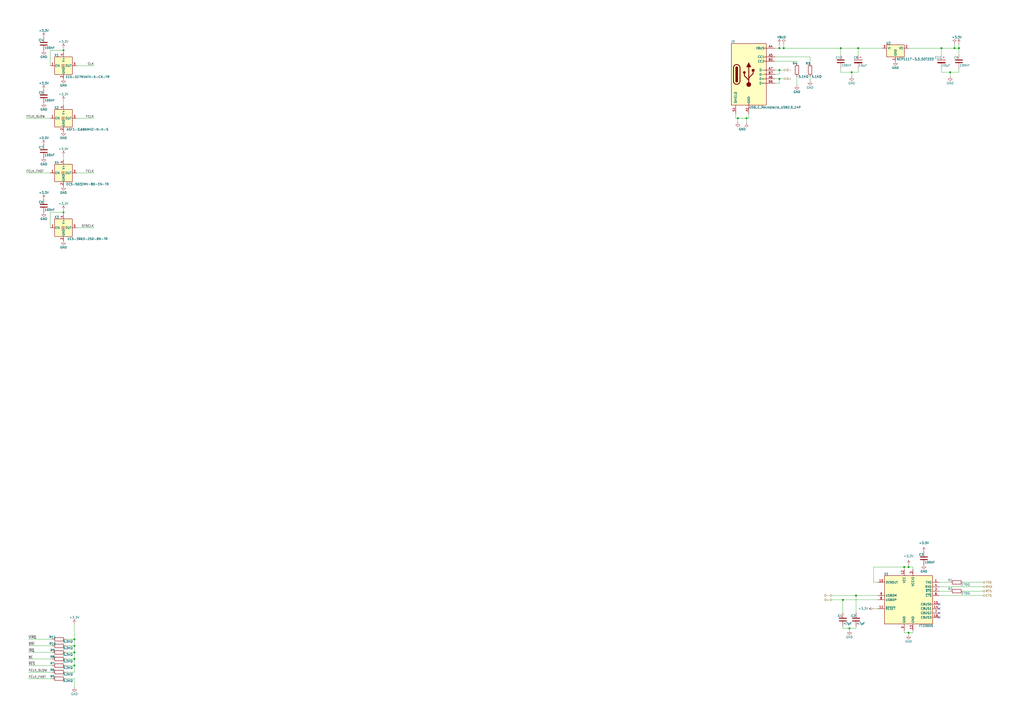
<source format=kicad_sch>
(kicad_sch (version 20231120) (generator "eeschema") (generator_version "8.0")
  (paper "A2")
  (lib_symbols
    (symbol "Connector:USB_C_Receptacle_USB2.0_14P" (pin_names (offset 1.016))
      (property "Reference" "J" (at 0 22.225 0))
      (property "Value" "USB_C_Receptacle_USB2.0_14P" (at 0 19.685 0))
      (symbol "USB_C_Receptacle_USB2.0_14P_0_0"
        (rectangle (start -0.254 -17.78) (end 0.254 -16.764))
        (rectangle (start 10.16 -4.826) (end 9.144 -5.334))
        (rectangle (start 10.16 -2.286) (end 9.144 -2.794))
        (rectangle (start 10.16 0.254) (end 9.144 -0.254))
        (rectangle (start 10.16 2.794) (end 9.144 2.286))
        (rectangle (start 10.16 7.874) (end 9.144 7.366))
        (rectangle (start 10.16 10.414) (end 9.144 9.906))
        (rectangle (start 10.16 15.494) (end 9.144 14.986))
      )
      (symbol "USB_C_Receptacle_USB2.0_14P_0_1"
        (rectangle (start -10.16 17.78) (end 10.16 -17.78) (stroke (width 0.254)) (fill (type background)))
        (arc (start -8.89 -3.81) (mid -6.985 -5.7067) (end -5.08 -3.81) (stroke (width 0.508)))
        (arc (start -7.62 -3.81) (mid -6.985 -4.4423) (end -6.35 -3.81) (stroke (width 0.254)))
        (arc (start -7.62 -3.81) (mid -6.985 -4.4423) (end -6.35 -3.81) (stroke (width 0.254)) (fill (type outline)))
        (rectangle (start -7.62 -3.81) (end -6.35 3.81) (stroke (width 0.254)) (fill (type outline)))
        (arc (start -6.35 3.81) (mid -6.985 4.4423) (end -7.62 3.81) (stroke (width 0.254)))
        (arc (start -6.35 3.81) (mid -6.985 4.4423) (end -7.62 3.81) (stroke (width 0.254)) (fill (type outline)))
        (arc (start -5.08 3.81) (mid -6.985 5.7067) (end -8.89 3.81) (stroke (width 0.508)))
        (circle (center -2.54 1.143) (radius 0.635) (stroke (width 0.254)) (fill (type outline)))
        (circle (center 0 -5.842) (radius 1.27) (fill (type outline)))
        (polyline (pts (xy -8.89 -3.81) (xy -8.89 3.81)) (stroke (width 0.508)))
        (polyline (pts (xy -5.08 3.81) (xy -5.08 -3.81)) (stroke (width 0.508)))
        (polyline (pts (xy 0 -5.842) (xy 0 4.318)) (stroke (width 0.508)))
        (polyline (pts (xy 0 -3.302) (xy -2.54 -0.762) (xy -2.54 0.508)) (stroke (width 0.508)))
        (polyline (pts (xy 0 -2.032) (xy 2.54 0.508) (xy 2.54 1.778)) (stroke (width 0.508)))
        (polyline (pts (xy -1.27 4.318) (xy 0 6.858) (xy 1.27 4.318) (xy -1.27 4.318)) (stroke (width 0.254)) (fill (type outline)))
        (rectangle (start 1.905 1.778) (end 3.175 3.048) (stroke (width 0.254)) (fill (type outline)))
      )
      (symbol "USB_C_Receptacle_USB2.0_14P_1_1"
        (pin passive line (at 0 -22.86 90) (length 5.08) (name "GND") (number "A1"))
        (pin passive line (at 0 -22.86 90) (length 5.08) hide (name "GND") (number "A12"))
        (pin passive line (at 15.24 15.24 180) (length 5.08) (name "VBUS") (number "A4"))
        (pin bidirectional line (at 15.24 10.16 180) (length 5.08) (name "CC1") (number "A5"))
        (pin bidirectional line (at 15.24 -2.54 180) (length 5.08) (name "D+") (number "A6"))
        (pin bidirectional line (at 15.24 2.54 180) (length 5.08) (name "D-") (number "A7"))
        (pin passive line (at 15.24 15.24 180) (length 5.08) hide (name "VBUS") (number "A9"))
        (pin passive line (at 0 -22.86 90) (length 5.08) hide (name "GND") (number "B1"))
        (pin passive line (at 0 -22.86 90) (length 5.08) hide (name "GND") (number "B12"))
        (pin passive line (at 15.24 15.24 180) (length 5.08) hide (name "VBUS") (number "B4"))
        (pin bidirectional line (at 15.24 7.62 180) (length 5.08) (name "CC2") (number "B5"))
        (pin bidirectional line (at 15.24 -5.08 180) (length 5.08) (name "D+") (number "B6"))
        (pin bidirectional line (at 15.24 0 180) (length 5.08) (name "D-") (number "B7"))
        (pin passive line (at 15.24 15.24 180) (length 5.08) hide (name "VBUS") (number "B9"))
        (pin passive line (at -7.62 -22.86 90) (length 5.08) (name "SHIELD") (number "S1"))
      )
    )
    (symbol "Device:C" (pin_numbers hide) (pin_names (offset 0.254))
      (property "Reference" "C" (at 0.635 2.54 0))
      (property "Value" "C" (at 0.635 -2.54 0))
      (symbol "C_0_1"
        (polyline (pts (xy -2.032 -0.762) (xy 2.032 -0.762)) (stroke (width 0.508)))
        (polyline (pts (xy -2.032 0.762) (xy 2.032 0.762)) (stroke (width 0.508)))
      )
      (symbol "C_1_1"
        (pin passive line (at 0 3.81 270) (length 2.794) (name "~") (number "1"))
        (pin passive line (at 0 -3.81 90) (length 2.794) (name "~") (number "2"))
      )
    )
    (symbol "Device:C_Polarized" (pin_numbers hide) (pin_names (offset 0.254))
      (property "Reference" "C" (at 0.635 2.54 0))
      (property "Value" "C_Polarized" (at 0.635 -2.54 0))
      (symbol "C_Polarized_0_1"
        (rectangle (start -2.286 0.508) (end 2.286 1.016))
        (polyline (pts (xy -1.778 2.286) (xy -0.762 2.286)))
        (polyline (pts (xy -1.27 2.794) (xy -1.27 1.778)))
        (rectangle (start 2.286 -0.508) (end -2.286 -1.016) (fill (type outline)))
      )
      (symbol "C_Polarized_1_1"
        (pin passive line (at 0 3.81 270) (length 2.794) (name "~") (number "1"))
        (pin passive line (at 0 -3.81 90) (length 2.794) (name "~") (number "2"))
      )
    )
    (symbol "Device:R" (pin_numbers hide) (pin_names (offset 0))
      (property "Reference" "R" (at 2.032 0 90))
      (property "Value" "R" (at 0 0 90))
      (symbol "R_0_1"
        (rectangle (start -1.016 -2.54) (end 1.016 2.54) (stroke (width 0.254)))
      )
      (symbol "R_1_1"
        (pin passive line (at 0 3.81 270) (length 1.27) (name "~") (number "1"))
        (pin passive line (at 0 -3.81 90) (length 1.27) (name "~") (number "2"))
      )
    )
    (symbol "Interface_USB:FT230XS"
      (property "Reference" "U" (at -13.97 15.24 0))
      (property "Value" "FT230XS" (at 7.62 15.24 0))
      (symbol "FT230XS_0_1"
        (rectangle (start -13.97 13.97) (end 13.97 -13.97) (stroke (width 0.254)) (fill (type background)))
      )
      (symbol "FT230XS_1_1"
        (pin output line (at 17.78 10.16 180) (length 3.81) (name "TXD") (number "1"))
        (pin power_out line (at -17.78 10.16 0) (length 3.81) (name "3V3OUT") (number "10"))
        (pin input line (at -17.78 -5.08 0) (length 3.81) (name "~{RESET}") (number "11"))
        (pin power_in line (at -2.54 17.78 270) (length 3.81) (name "VCC") (number "12"))
        (pin power_in line (at 2.54 -17.78 90) (length 3.81) (name "GND") (number "13"))
        (pin bidirectional line (at 17.78 -5.08 180) (length 3.81) (name "CBUS1") (number "14"))
        (pin bidirectional line (at 17.78 -2.54 180) (length 3.81) (name "CBUS0") (number "15"))
        (pin bidirectional line (at 17.78 -10.16 180) (length 3.81) (name "CBUS3") (number "16"))
        (pin output line (at 17.78 5.08 180) (length 3.81) (name "~{RTS}") (number "2"))
        (pin power_in line (at 2.54 17.78 270) (length 3.81) (name "VCCIO") (number "3"))
        (pin input line (at 17.78 7.62 180) (length 3.81) (name "RXD") (number "4"))
        (pin power_in line (at -2.54 -17.78 90) (length 3.81) (name "GND") (number "5"))
        (pin input line (at 17.78 2.54 180) (length 3.81) (name "~{CTS}") (number "6"))
        (pin bidirectional line (at 17.78 -7.62 180) (length 3.81) (name "CBUS2") (number "7"))
        (pin bidirectional line (at -17.78 0 0) (length 3.81) (name "USBDP") (number "8"))
        (pin bidirectional line (at -17.78 2.54 0) (length 3.81) (name "USBDM") (number "9"))
      )
    )
    (symbol "Oscillator:XO53" (pin_names (offset 0.254))
      (property "Reference" "X" (at -5.08 6.35 0))
      (property "Value" "XO53" (at 1.27 -6.35 0))
      (symbol "XO53_0_1"
        (rectangle (start -5.08 5.08) (end 5.08 -5.08) (stroke (width 0.254)) (fill (type background)))
        (polyline (pts (xy 0.762 -0.762) (xy 0.508 -0.762) (xy 0.508 0.762) (xy 0 0.762) (xy 0 -0.762) (xy -0.508 -0.762) (xy -0.508 0.762) (xy -1.016 0.762) (xy -1.016 -0.762) (xy -1.27 -0.762)))
      )
      (symbol "XO53_1_1"
        (pin input line (at -7.62 0 0) (length 2.54) (name "EN") (number "1"))
        (pin power_in line (at 0 -7.62 90) (length 2.54) (name "GND") (number "2"))
        (pin output line (at 7.62 0 180) (length 2.54) (name "OUT") (number "3"))
        (pin power_in line (at 0 7.62 270) (length 2.54) (name "V+") (number "4"))
      )
    )
    (symbol "Regulator_Linear:NCP1117-3.3_SOT223"
      (property "Reference" "U" (at -3.81 3.175 0))
      (property "Value" "NCP1117-3.3_SOT223" (at 0 3.175 0))
      (symbol "NCP1117-3.3_SOT223_0_1"
        (rectangle (start -5.08 -5.08) (end 5.08 1.905) (stroke (width 0.254)) (fill (type background)))
      )
      (symbol "NCP1117-3.3_SOT223_1_1"
        (pin power_in line (at 0 -7.62 90) (length 2.54) (name "GND") (number "1"))
        (pin power_out line (at 7.62 0 180) (length 2.54) (name "VO") (number "2"))
        (pin power_in line (at -7.62 0 0) (length 2.54) (name "VI") (number "3"))
      )
    )
    (symbol "power:+3.3V" (power) (pin_numbers hide) (pin_names (offset 0) hide)
      (property "Value" "+3.3V" (at 0 3.556 0))
      (symbol "+3.3V_0_1"
        (polyline (pts (xy -0.762 1.27) (xy 0 2.54)))
        (polyline (pts (xy 0 0) (xy 0 2.54)))
        (polyline (pts (xy 0 2.54) (xy 0.762 1.27)))
      )
      (symbol "+3.3V_1_1"
        (pin power_in line (at 0 0 90) (length 0) (name "~") (number "1"))
      )
    )
    (symbol "power:GND" (power) (pin_numbers hide) (pin_names (offset 0) hide)
      (property "Value" "GND" (at 0 -3.81 0))
      (symbol "GND_0_1"
        (polyline (pts (xy 0 0) (xy 0 -1.27) (xy 1.27 -1.27) (xy 0 -2.54) (xy -1.27 -1.27) (xy 0 -1.27)))
      )
      (symbol "GND_1_1"
        (pin power_in line (at 0 0 270) (length 0) (name "~") (number "1"))
      )
    )
    (symbol "power:PWR_FLAG" (power) (pin_numbers hide) (pin_names (offset 0) hide)
      (property "Value" "PWR_FLAG" (at 0 3.81 0))
      (symbol "PWR_FLAG_0_0"
        (pin power_out line (at 0 0 90) (length 0) (name "~") (number "1"))
      )
      (symbol "PWR_FLAG_0_1"
        (polyline (pts (xy 0 0) (xy 0 1.27) (xy -1.016 1.905) (xy 0 2.54) (xy 1.016 1.905) (xy 0 1.27)))
      )
    )
    (symbol "power:VBUS" (power) (pin_numbers hide) (pin_names (offset 0) hide)
      (property "Value" "VBUS" (at 0 3.556 0))
      (symbol "VBUS_0_1"
        (polyline (pts (xy -0.762 1.27) (xy 0 2.54)))
        (polyline (pts (xy 0 0) (xy 0 2.54)))
        (polyline (pts (xy 0 2.54) (xy 0.762 1.27)))
      )
      (symbol "VBUS_1_1"
        (pin power_in line (at 0 0 90) (length 0) (name "~") (number "1"))
      )
    )
  )
  (junction (at 36.83 123.19))
  (junction (at 454.66 27.94))
  (junction (at 527.05 328.93))
  (junction (at 553.72 27.94))
  (junction (at 43.18 370.84))
  (junction (at 494.03 41.91))
  (junction (at 452.12 27.94))
  (junction (at 452.12 40.64))
  (junction (at 36.83 29.21))
  (junction (at 487.68 27.94))
  (junction (at 427.99 68.58))
  (junction (at 488.95 347.98))
  (junction (at 496.57 345.44))
  (junction (at 452.12 45.72))
  (junction (at 497.84 27.94))
  (junction (at 43.18 382.27))
  (junction (at 43.18 386.08))
  (junction (at 527.05 367.03))
  (junction (at 492.76 364.49))
  (junction (at 551.18 41.91))
  (junction (at 556.26 27.94))
  (junction (at 43.18 374.65))
  (junction (at 433.07 68.58))
  (junction (at 524.51 328.93))
  (junction (at 546.1 27.94))
  (junction (at 43.18 378.46))
  (no_connect (at 544.83 355.6))
  (no_connect (at 544.83 350.52))
  (no_connect (at 544.83 353.06))
  (no_connect (at 544.83 358.14))
  (wire (pts (xy 487.68 27.94) (xy 487.68 31.75)))
  (wire (pts (xy 544.83 345.44) (xy 570.23 345.44)))
  (wire (pts (xy 524.51 365.76) (xy 524.51 367.03)))
  (wire (pts (xy 487.68 41.91) (xy 494.03 41.91)))
  (wire (pts (xy 16.51 393.7) (xy 30.48 393.7)))
  (wire (pts (xy 506.73 328.93) (xy 506.73 337.82)))
  (wire (pts (xy 38.1 374.65) (xy 43.18 374.65)))
  (wire (pts (xy 544.83 337.82) (xy 551.18 337.82)))
  (wire (pts (xy 44.45 132.08) (xy 54.61 132.08)))
  (wire (pts (xy 29.21 29.21) (xy 29.21 38.1)))
  (wire (pts (xy 36.83 123.19) (xy 36.83 124.46)))
  (wire (pts (xy 558.8 337.82) (xy 570.23 337.82)))
  (wire (pts (xy 496.57 364.49) (xy 496.57 363.22)))
  (wire (pts (xy 16.51 374.65) (xy 30.48 374.65)))
  (wire (pts (xy 469.9 33.02) (xy 469.9 36.83)))
  (wire (pts (xy 497.84 27.94) (xy 511.81 27.94)))
  (wire (pts (xy 492.76 364.49) (xy 492.76 365.76)))
  (wire (pts (xy 16.51 370.84) (xy 30.48 370.84)))
  (wire (pts (xy 546.1 41.91) (xy 551.18 41.91)))
  (wire (pts (xy 44.45 68.58) (xy 54.61 68.58)))
  (wire (pts (xy 38.1 378.46) (xy 43.18 378.46)))
  (wire (pts (xy 29.21 123.19) (xy 36.83 123.19)))
  (wire (pts (xy 506.73 337.82) (xy 509.27 337.82)))
  (wire (pts (xy 15.24 100.33) (xy 29.21 100.33)))
  (wire (pts (xy 36.83 27.94) (xy 36.83 29.21)))
  (wire (pts (xy 469.9 44.45) (xy 469.9 46.99)))
  (wire (pts (xy 556.26 27.94) (xy 556.26 31.75)))
  (wire (pts (xy 497.84 41.91) (xy 497.84 39.37)))
  (wire (pts (xy 494.03 41.91) (xy 497.84 41.91)))
  (wire (pts (xy 553.72 25.4) (xy 553.72 27.94)))
  (wire (pts (xy 527.05 328.93) (xy 529.59 328.93)))
  (wire (pts (xy 449.58 33.02) (xy 469.9 33.02)))
  (wire (pts (xy 454.66 40.64) (xy 452.12 40.64)))
  (wire (pts (xy 488.95 347.98) (xy 488.95 355.6)))
  (wire (pts (xy 15.24 68.58) (xy 29.21 68.58)))
  (wire (pts (xy 487.68 27.94) (xy 497.84 27.94)))
  (wire (pts (xy 449.58 27.94) (xy 452.12 27.94)))
  (wire (pts (xy 43.18 386.08) (xy 43.18 389.89)))
  (wire (pts (xy 551.18 41.91) (xy 556.26 41.91)))
  (wire (pts (xy 16.51 386.08) (xy 30.48 386.08)))
  (wire (pts (xy 462.28 35.56) (xy 462.28 36.83)))
  (wire (pts (xy 527.05 27.94) (xy 546.1 27.94)))
  (wire (pts (xy 488.95 364.49) (xy 492.76 364.49)))
  (wire (pts (xy 449.58 35.56) (xy 462.28 35.56)))
  (wire (pts (xy 494.03 44.45) (xy 494.03 41.91)))
  (wire (pts (xy 43.18 382.27) (xy 43.18 386.08)))
  (wire (pts (xy 454.66 27.94) (xy 452.12 27.94)))
  (wire (pts (xy 38.1 386.08) (xy 43.18 386.08)))
  (wire (pts (xy 527.05 327.66) (xy 527.05 328.93)))
  (wire (pts (xy 43.18 361.95) (xy 43.18 370.84)))
  (wire (pts (xy 556.26 41.91) (xy 556.26 39.37)))
  (wire (pts (xy 449.58 45.72) (xy 452.12 45.72)))
  (wire (pts (xy 452.12 27.94) (xy 452.12 25.4)))
  (wire (pts (xy 427.99 68.58) (xy 433.07 68.58)))
  (wire (pts (xy 488.95 347.98) (xy 509.27 347.98)))
  (wire (pts (xy 427.99 68.58) (xy 426.72 68.58)))
  (wire (pts (xy 527.05 367.03) (xy 529.59 367.03)))
  (wire (pts (xy 454.66 27.94) (xy 487.68 27.94)))
  (wire (pts (xy 43.18 370.84) (xy 43.18 374.65)))
  (wire (pts (xy 36.83 29.21) (xy 36.83 30.48)))
  (wire (pts (xy 524.51 328.93) (xy 527.05 328.93)))
  (wire (pts (xy 544.83 340.36) (xy 570.23 340.36)))
  (wire (pts (xy 546.1 41.91) (xy 546.1 39.37)))
  (wire (pts (xy 506.73 328.93) (xy 524.51 328.93)))
  (wire (pts (xy 36.83 121.92) (xy 36.83 123.19)))
  (wire (pts (xy 482.6 347.98) (xy 488.95 347.98)))
  (wire (pts (xy 433.07 68.58) (xy 434.34 68.58)))
  (wire (pts (xy 427.99 71.12) (xy 427.99 68.58)))
  (wire (pts (xy 43.18 374.65) (xy 43.18 378.46)))
  (wire (pts (xy 497.84 27.94) (xy 497.84 31.75)))
  (wire (pts (xy 43.18 393.7) (xy 43.18 398.78)))
  (wire (pts (xy 556.26 25.4) (xy 556.26 27.94)))
  (wire (pts (xy 36.83 58.42) (xy 36.83 60.96)))
  (wire (pts (xy 546.1 27.94) (xy 553.72 27.94)))
  (wire (pts (xy 529.59 365.76) (xy 529.59 367.03)))
  (wire (pts (xy 452.12 40.64) (xy 449.58 40.64)))
  (wire (pts (xy 449.58 43.18) (xy 452.12 43.18)))
  (wire (pts (xy 454.66 27.94) (xy 454.66 25.4)))
  (wire (pts (xy 487.68 41.91) (xy 487.68 39.37)))
  (wire (pts (xy 426.72 68.58) (xy 426.72 66.04)))
  (wire (pts (xy 38.1 382.27) (xy 43.18 382.27)))
  (wire (pts (xy 492.76 364.49) (xy 496.57 364.49)))
  (wire (pts (xy 529.59 328.93) (xy 529.59 330.2)))
  (wire (pts (xy 44.45 100.33) (xy 54.61 100.33)))
  (wire (pts (xy 43.18 378.46) (xy 43.18 382.27)))
  (wire (pts (xy 452.12 40.64) (xy 452.12 43.18)))
  (wire (pts (xy 488.95 364.49) (xy 488.95 363.22)))
  (wire (pts (xy 433.07 71.12) (xy 433.07 68.58)))
  (wire (pts (xy 38.1 370.84) (xy 43.18 370.84)))
  (wire (pts (xy 452.12 45.72) (xy 452.12 48.26)))
  (wire (pts (xy 496.57 345.44) (xy 509.27 345.44)))
  (wire (pts (xy 546.1 27.94) (xy 546.1 31.75)))
  (wire (pts (xy 482.6 345.44) (xy 496.57 345.44)))
  (wire (pts (xy 44.45 38.1) (xy 54.61 38.1)))
  (wire (pts (xy 36.83 90.17) (xy 36.83 92.71)))
  (wire (pts (xy 558.8 342.9) (xy 570.23 342.9)))
  (wire (pts (xy 527.05 367.03) (xy 527.05 368.3)))
  (wire (pts (xy 553.72 27.94) (xy 556.26 27.94)))
  (wire (pts (xy 38.1 389.89) (xy 43.18 389.89)))
  (wire (pts (xy 29.21 29.21) (xy 36.83 29.21)))
  (wire (pts (xy 452.12 45.72) (xy 454.66 45.72)))
  (wire (pts (xy 449.58 48.26) (xy 452.12 48.26)))
  (wire (pts (xy 462.28 44.45) (xy 462.28 49.53)))
  (wire (pts (xy 524.51 367.03) (xy 527.05 367.03)))
  (wire (pts (xy 38.1 393.7) (xy 43.18 393.7)))
  (wire (pts (xy 544.83 342.9) (xy 551.18 342.9)))
  (wire (pts (xy 506.73 353.06) (xy 509.27 353.06)))
  (wire (pts (xy 29.21 123.19) (xy 29.21 132.08)))
  (wire (pts (xy 16.51 389.89) (xy 30.48 389.89)))
  (wire (pts (xy 524.51 328.93) (xy 524.51 330.2)))
  (wire (pts (xy 16.51 378.46) (xy 30.48 378.46)))
  (wire (pts (xy 16.51 382.27) (xy 30.48 382.27)))
  (wire (pts (xy 551.18 44.45) (xy 551.18 41.91)))
  (wire (pts (xy 434.34 68.58) (xy 434.34 66.04)))
  (wire (pts (xy 496.57 345.44) (xy 496.57 355.6)))
  (label "FCLK_SLOW" (at 15.24 68.58 0))
  (label "BE" (at 16.51 382.27 0))
  (label "FCLK_FAST" (at 15.24 100.33 0))
  (label "CLK" (at 54.61 38.1 180))
  (label "~{VIRQ}" (at 16.51 370.84 0))
  (label "FCLK" (at 54.61 100.33 180))
  (label "~{RES}" (at 16.51 386.08 0))
  (label "FCLK_SLOW" (at 16.51 389.89 0))
  (label "~{IRQ}" (at 16.51 378.46 0))
  (label "SYSCLK" (at 54.61 132.08 180))
  (label "~{NMI}" (at 16.51 374.65 0))
  (label "FCLK" (at 54.61 68.58 180))
  (label "FCLK_FAST" (at 16.51 393.7 0))
  (hierarchical_label "D+" (shape bidirectional) (at 454.66 45.72 0))
  (hierarchical_label "RTS" (shape bidirectional) (at 570.23 342.9 0))
  (hierarchical_label "D-" (shape bidirectional) (at 454.66 40.64 0))
  (hierarchical_label "TXD" (shape bidirectional) (at 570.23 337.82 0))
  (hierarchical_label "RXD" (shape bidirectional) (at 570.23 340.36 0))
  (hierarchical_label "CTS" (shape bidirectional) (at 570.23 345.44 0))
  (hierarchical_label "D+" (shape bidirectional) (at 482.6 347.98 180))
  (hierarchical_label "D-" (shape bidirectional) (at 482.6 345.44 180))
  (symbol (lib_id "power:GND") (at 551.18 44.45 0) (unit 1)
    (property "Reference" "#PWR033" (effects (hide yes)))
    (property "Value" "GND" (at 551.18 48.26 0))
    (property "Description" "Power symbol creates a global label with name \"GND\" , ground" (effects (hide yes)))
  )
  (symbol (lib_id "power:GND") (at 25.4 59.69 0) (unit 1)
    (property "Reference" "#PWR012" (effects (hide yes)))
    (property "Value" "GND" (at 25.4 63.5 0))
    (property "Description" "Power symbol creates a global label with name \"GND\" , ground" (effects (hide yes)))
  )
  (symbol (lib_id "power:GND") (at 469.9 46.99 0) (unit 1)
    (property "Reference" "#PWR019" (effects (hide yes)))
    (property "Value" "GND" (at 469.9 50.8 0))
    (property "Description" "Power symbol creates a global label with name \"GND\" , ground" (effects (hide yes)))
  )
  (symbol (lib_id "Device:C") (at 25.4 25.4 0) (unit 1)
    (property "Reference" "C4" (at 22.474 23.2848 0) (effects (justify left)))
    (property "Value" "100nF" (at 25.7694 27.7223 0) (effects (justify left)))
    (property "Footprint" "Capacitor_SMD:C_0402_1005Metric" (effects (hide yes)))
    (property "Description" "Unpolarized capacitor" (effects (hide yes)))
  )
  (symbol (lib_id "power:+3.3V") (at 506.73 353.06 90) (unit 1)
    (property "Reference" "#PWR02" (effects (hide yes)))
    (property "Value" "+3.3V" (at 503.7119 353.0082 90) (effects (justify left)))
    (property "Description" "Power symbol creates a global label with name \"+3.3V\"" (effects (hide yes)))
  )
  (symbol (lib_id "Device:C") (at 487.68 35.56 0) (unit 1)
    (property "Reference" "C10" (at 484.754 33.4448 0) (effects (justify left)))
    (property "Value" "100nF" (at 488.0494 37.8823 0) (effects (justify left)))
    (property "Footprint" "Capacitor_SMD:C_0402_1005Metric" (effects (hide yes)))
    (property "Description" "Unpolarized capacitor" (effects (hide yes)))
  )
  (symbol (lib_id "power:GND") (at 519.43 35.56 0) (unit 1)
    (property "Reference" "#PWR030" (effects (hide yes)))
    (property "Value" "GND" (at 519.43 39.37 0))
    (property "Description" "Power symbol creates a global label with name \"GND\" , ground" (effects (hide yes)))
  )
  (symbol (lib_id "power:GND") (at 36.83 139.7 0) (unit 1)
    (property "Reference" "#PWR018" (effects (hide yes)))
    (property "Value" "GND" (at 36.83 143.51 0))
    (property "Description" "Power symbol creates a global label with name \"GND\" , ground" (effects (hide yes)))
  )
  (symbol (lib_id "Device:R") (at 554.99 342.9 90) (unit 1)
    (property "Reference" "R2" (at 551.18 341.63 90))
    (property "Value" "270Ω" (at 560.07 344.17 90))
    (property "Footprint" "Resistor_SMD:R_0402_1005Metric" (effects (hide yes)))
    (property "Description" "Resistor" (effects (hide yes)))
  )
  (symbol (lib_id "Oscillator:XO53") (at 36.83 100.33 0) (unit 1)
    (property "Reference" "X4" (at 32.8659 94.1967 0))
    (property "Value" "ECS-5032MV-80-CN-TR" (at 50.8 106.842 0))
    (property "Footprint" "Oscillator:Oscillator_SMD_EuroQuartz_XO53-4Pin_5.0x3.2mm_HandSoldering" (effects (hide yes)))
    (property "Datasheet" "https://www.mouser.ca/datasheet/2/3/ASFL1-44402.pdf" (effects (hide yes)))
    (property "Description" "Low Power Consumption Clock Oscillator" (effects (hide yes)))
  )
  (symbol (lib_id "Oscillator:XO53") (at 36.83 132.08 0) (unit 1)
    (property "Reference" "X3" (at 32.8659 125.9467 0))
    (property "Value" "ECS-3963-250-BN-TR" (at 50.8 138.592 0))
    (property "Footprint" "Oscillator:Oscillator_SMD_EuroQuartz_XO53-4Pin_5.0x3.2mm_HandSoldering" (effects (hide yes)))
    (property "Datasheet" "https://www.mouser.ca/datasheet/2/122/ecs_3961_3963-18682.pdf" (effects (hide yes)))
    (property "Description" "Low Power Consumption Clock Oscillator" (effects (hide yes)))
  )
  (symbol (lib_id "power:GND") (at 25.4 123.19 0) (unit 1)
    (property "Reference" "#PWR016" (effects (hide yes)))
    (property "Value" "GND" (at 25.4 127 0))
    (property "Description" "Power symbol creates a global label with name \"GND\" , ground" (effects (hide yes)))
  )
  (symbol (lib_id "power:+3.3V") (at 25.4 52.07 0) (unit 1)
    (property "Reference" "#PWR011" (effects (hide yes)))
    (property "Value" "+3.3V" (at 25.4 48.26 0))
    (property "Description" "Power symbol creates a global label with name \"+3.3V\"" (effects (hide yes)))
  )
  (symbol (lib_id "Device:R") (at 469.9 40.64 180) (unit 1)
    (property "Reference" "R3" (at 468.63 36.83 0))
    (property "Value" "5.1KΩ" (at 473.71 44.45 0))
    (property "Footprint" "Resistor_SMD:R_0402_1005Metric" (effects (hide yes)))
    (property "Description" "Resistor" (effects (hide yes)))
  )
  (symbol (lib_id "power:+3.3V") (at 535.94 320.04 0) (unit 1)
    (property "Reference" "#PWR05" (effects (hide yes)))
    (property "Value" "+3.3V" (at 535.94 314.96 0))
    (property "Description" "Power symbol creates a global label with name \"+3.3V\"" (effects (hide yes)))
  )
  (symbol (lib_id "Device:R") (at 554.99 337.82 90) (unit 1)
    (property "Reference" "R1" (at 551.18 336.55 90))
    (property "Value" "270Ω" (at 560.07 339.09 90))
    (property "Footprint" "Resistor_SMD:R_0402_1005Metric" (effects (hide yes)))
    (property "Description" "Resistor" (effects (hide yes)))
  )
  (symbol (lib_id "power:GND") (at 25.4 91.44 0) (unit 1)
    (property "Reference" "#PWR024" (effects (hide yes)))
    (property "Value" "GND" (at 25.4 95.25 0))
    (property "Description" "Power symbol creates a global label with name \"GND\" , ground" (effects (hide yes)))
  )
  (symbol (lib_id "power:GND") (at 25.4 29.21 0) (unit 1)
    (property "Reference" "#PWR08" (effects (hide yes)))
    (property "Value" "GND" (at 25.4 33.02 0))
    (property "Description" "Power symbol creates a global label with name \"GND\" , ground" (effects (hide yes)))
  )
  (symbol (lib_id "Device:R") (at 34.29 393.7 90) (unit 1)
    (property "Reference" "R5" (at 30.48 392.43 90))
    (property "Value" "3.3KΩ" (at 39.37 394.97 90))
    (property "Footprint" "Resistor_SMD:R_0402_1005Metric" (effects (hide yes)))
    (property "Description" "Resistor" (effects (hide yes)))
  )
  (symbol (lib_id "power:VBUS") (at 452.12 25.4 0) (unit 1)
    (property "Reference" "#PWR021" (effects (hide yes)))
    (property "Value" "VBUS" (at 453.39 21.59 0))
    (property "Description" "Power symbol creates a global label with name \"VBUS\"" (effects (hide yes)))
  )
  (symbol (lib_id "Device:R") (at 34.29 389.89 90) (unit 1)
    (property "Reference" "R6" (at 30.48 388.62 90))
    (property "Value" "3.3KΩ" (at 39.37 391.16 90))
    (property "Footprint" "Resistor_SMD:R_0402_1005Metric" (effects (hide yes)))
    (property "Description" "Resistor" (effects (hide yes)))
  )
  (symbol (lib_id "Device:C_Polarized") (at 497.84 35.56 0) (mirror y) (unit 1)
    (property "Reference" "C8" (at 497.84 33.4009 0) (effects (justify left)))
    (property "Value" "10µF" (at 503.0981 37.8905 0) (effects (justify left)))
    (property "Footprint" "Capacitor_SMD:CP_Elec_4x5.4" (effects (hide yes)))
    (property "Datasheet" "https://www.mouser.ca/datasheet/2/293/e_uwt-1847810.pdf" (effects (hide yes)))
    (property "Description" "UWT1C100MCL1GB" (effects (hide yes)))
  )
  (symbol (lib_id "power:PWR_FLAG") (at 454.66 25.4 0) (unit 1)
    (property "Reference" "#FLG01" (effects (hide yes)))
    (property "Value" "PWR_FLAG" (effects (hide yes)))
    (property "Description" "Special symbol for telling ERC where power comes from" (effects (hide yes)))
  )
  (symbol (lib_id "Device:R") (at 34.29 382.27 90) (unit 1)
    (property "Reference" "R8" (at 30.48 381 90))
    (property "Value" "3.3KΩ" (at 39.37 383.54 90))
    (property "Footprint" "Resistor_SMD:R_0402_1005Metric" (effects (hide yes)))
    (property "Description" "Resistor" (effects (hide yes)))
  )
  (symbol (lib_id "power:+3.3V") (at 527.05 327.66 0) (unit 1)
    (property "Reference" "#PWR03" (effects (hide yes)))
    (property "Value" "+3.3V" (at 527.05 322.58 0))
    (property "Description" "Power symbol creates a global label with name \"+3.3V\"" (effects (hide yes)))
  )
  (symbol (lib_id "Device:R") (at 34.29 386.08 90) (unit 1)
    (property "Reference" "R7" (at 30.48 384.81 90))
    (property "Value" "3.3KΩ" (at 39.37 387.35 90))
    (property "Footprint" "Resistor_SMD:R_0402_1005Metric" (effects (hide yes)))
    (property "Description" "Resistor" (effects (hide yes)))
  )
  (symbol (lib_id "power:+3.3V") (at 36.83 121.92 0) (unit 1)
    (property "Reference" "#PWR017" (effects (hide yes)))
    (property "Value" "+3.3V" (at 36.83 118.11 0))
    (property "Description" "Power symbol creates a global label with name \"+3.3V\"" (effects (hide yes)))
  )
  (symbol (lib_id "Oscillator:XO53") (at 36.83 38.1 0) (unit 1)
    (property "Reference" "X1" (at 32.8659 31.9667 0))
    (property "Value" "ECS-327MVATX-5-CN-TR" (at 50.8 44.612 0))
    (property "Footprint" "Oscillator:Oscillator_SMD_EuroQuartz_XO53-4Pin_5.0x3.2mm_HandSoldering" (effects (hide yes)))
    (property "Datasheet" "https://www.mouser.ca/datasheet/2/122/ECS_327MVATX-1595948.pdf" (effects (hide yes)))
    (property "Description" "Low Power Consumption Clock Oscillator" (effects (hide yes)))
  )
  (symbol (lib_id "power:GND") (at 36.83 76.2 0) (unit 1)
    (property "Reference" "#PWR014" (effects (hide yes)))
    (property "Value" "GND" (at 36.83 80.01 0))
    (property "Description" "Power symbol creates a global label with name \"GND\" , ground" (effects (hide yes)))
  )
  (symbol (lib_id "power:GND") (at 527.05 368.3 0) (unit 1)
    (property "Reference" "#PWR04" (effects (hide yes)))
    (property "Value" "GND" (at 527.05 372.11 0))
    (property "Description" "Power symbol creates a global label with name \"GND\" , ground" (effects (hide yes)))
  )
  (symbol (lib_id "Interface_USB:FT230XS") (at 527.05 347.98 0) (unit 1)
    (property "Reference" "U1" (at 512.7792 332.9054 0) (effects (justify left)))
    (property "Value" "FT230XS" (at 533.0556 363.059 0) (effects (justify left)))
    (property "Footprint" "Package_SO:SSOP-16_3.9x4.9mm_P0.635mm" (effects (hide yes)))
    (property "Datasheet" "https://www.ftdichip.com/Support/Documents/DataSheets/ICs/DS_FT230X.pdf" (effects (hide yes)))
    (property "Description" "Full Speed USB to Basic UART, SSOP-16" (effects (hide yes)))
  )
  (symbol (lib_id "Device:C") (at 496.57 359.41 0) (unit 1)
    (property "Reference" "C2" (at 493.644 357.2948 0) (effects (justify left)))
    (property "Value" "47pF" (at 496.9394 361.7323 0) (effects (justify left)))
    (property "Footprint" "Capacitor_SMD:C_0402_1005Metric" (effects (hide yes)))
    (property "Description" "Unpolarized capacitor" (effects (hide yes)))
  )
  (symbol (lib_id "Device:R") (at 34.29 370.84 90) (unit 1)
    (property "Reference" "R11" (at 30.48 369.57 90))
    (property "Value" "3.3KΩ" (at 39.37 372.11 90))
    (property "Footprint" "Resistor_SMD:R_0402_1005Metric" (effects (hide yes)))
    (property "Description" "Resistor" (effects (hide yes)))
  )
  (symbol (lib_id "power:+3.3V") (at 25.4 21.59 0) (unit 1)
    (property "Reference" "#PWR07" (effects (hide yes)))
    (property "Value" "+3.3V" (at 25.4 17.78 0))
    (property "Description" "Power symbol creates a global label with name \"+3.3V\"" (effects (hide yes)))
  )
  (symbol (lib_id "power:PWR_FLAG") (at 433.07 71.12 180) (unit 1)
    (property "Reference" "#FLG02" (effects (hide yes)))
    (property "Value" "PWR_FLAG" (effects (hide yes)))
    (property "Description" "Special symbol for telling ERC where power comes from" (effects (hide yes)))
  )
  (symbol (lib_id "power:GND") (at 43.18 398.78 0) (unit 1)
    (property "Reference" "#PWR027" (effects (hide yes)))
    (property "Value" "GND" (at 43.18 402.59 0))
    (property "Description" "Power symbol creates a global label with name \"GND\" , ground" (effects (hide yes)))
  )
  (symbol (lib_id "Device:C") (at 25.4 55.88 0) (unit 1)
    (property "Reference" "C5" (at 22.474 53.7648 0) (effects (justify left)))
    (property "Value" "100nF" (at 25.7694 58.2023 0) (effects (justify left)))
    (property "Footprint" "Capacitor_SMD:C_0402_1005Metric" (effects (hide yes)))
    (property "Description" "Unpolarized capacitor" (effects (hide yes)))
  )
  (symbol (lib_id "Device:C") (at 535.94 323.85 0) (unit 1)
    (property "Reference" "C3" (at 533.014 321.7348 0) (effects (justify left)))
    (property "Value" "100nF" (at 536.3094 326.1723 0) (effects (justify left)))
    (property "Footprint" "Capacitor_SMD:C_0402_1005Metric" (effects (hide yes)))
    (property "Description" "Unpolarized capacitor" (effects (hide yes)))
  )
  (symbol (lib_id "Device:C") (at 488.95 359.41 0) (unit 1)
    (property "Reference" "C1" (at 486.024 357.2948 0) (effects (justify left)))
    (property "Value" "47pF" (at 489.3194 361.7323 0) (effects (justify left)))
    (property "Footprint" "Capacitor_SMD:C_0402_1005Metric" (effects (hide yes)))
    (property "Description" "Unpolarized capacitor" (effects (hide yes)))
  )
  (symbol (lib_id "power:+3.3V") (at 43.18 361.95 0) (unit 1)
    (property "Reference" "#PWR028" (effects (hide yes)))
    (property "Value" "+3.3V" (at 43.18 358.14 0))
    (property "Description" "Power symbol creates a global label with name \"+3.3V\"" (effects (hide yes)))
  )
  (symbol (lib_id "Device:C_Polarized") (at 546.1 35.56 0) (mirror y) (unit 1)
    (property "Reference" "C11" (at 546.1 33.4009 0) (effects (justify left)))
    (property "Value" "10µF" (at 551.3581 37.8905 0) (effects (justify left)))
    (property "Footprint" "Capacitor_SMD:CP_Elec_4x5.4" (effects (hide yes)))
    (property "Datasheet" "https://www.mouser.ca/datasheet/2/293/e_uwt-1847810.pdf" (effects (hide yes)))
    (property "Description" "UWT1C100MCL1GB" (effects (hide yes)))
  )
  (symbol (lib_id "power:GND") (at 36.83 107.95 0) (unit 1)
    (property "Reference" "#PWR026" (effects (hide yes)))
    (property "Value" "GND" (at 36.83 111.76 0))
    (property "Description" "Power symbol creates a global label with name \"GND\" , ground" (effects (hide yes)))
  )
  (symbol (lib_id "power:PWR_FLAG") (at 553.72 25.4 0) (unit 1)
    (property "Reference" "#FLG03" (effects (hide yes)))
    (property "Value" "PWR_FLAG" (effects (hide yes)))
    (property "Description" "Special symbol for telling ERC where power comes from" (effects (hide yes)))
  )
  (symbol (lib_id "power:GND") (at 462.28 49.53 0) (unit 1)
    (property "Reference" "#PWR020" (effects (hide yes)))
    (property "Value" "GND" (at 462.28 53.34 0))
    (property "Description" "Power symbol creates a global label with name \"GND\" , ground" (effects (hide yes)))
  )
  (symbol (lib_id "Device:C") (at 556.26 35.56 0) (unit 1)
    (property "Reference" "C9" (at 553.334 33.4448 0) (effects (justify left)))
    (property "Value" "100nF" (at 556.6294 37.8823 0) (effects (justify left)))
    (property "Footprint" "Capacitor_SMD:C_0402_1005Metric" (effects (hide yes)))
    (property "Description" "Unpolarized capacitor" (effects (hide yes)))
  )
  (symbol (lib_id "Device:R") (at 462.28 40.64 180) (unit 1)
    (property "Reference" "R4" (at 461.01 36.83 0))
    (property "Value" "5.1KΩ" (at 466.09 44.45 0))
    (property "Footprint" "Resistor_SMD:R_0402_1005Metric" (effects (hide yes)))
    (property "Description" "Resistor" (effects (hide yes)))
  )
  (symbol (lib_id "Oscillator:XO53") (at 36.83 68.58 0) (unit 1)
    (property "Reference" "X2" (at 32.8659 62.4467 0))
    (property "Value" "ASF1-3.686MHZ-N-K-S" (at 50.8 75.092 0))
    (property "Footprint" "Oscillator:Oscillator_SMD_EuroQuartz_XO53-4Pin_5.0x3.2mm_HandSoldering" (effects (hide yes)))
    (property "Datasheet" "https://www.mouser.ca/datasheet/2/3/ASFL1-44402.pdf" (effects (hide yes)))
    (property "Description" "Low Power Consumption Clock Oscillator" (effects (hide yes)))
  )
  (symbol (lib_id "power:GND") (at 427.99 71.12 0) (unit 1)
    (property "Reference" "#PWR023" (effects (hide yes)))
    (property "Value" "GND" (at 430.53 74.93 0))
    (property "Description" "Power symbol creates a global label with name \"GND\" , ground" (effects (hide yes)))
  )
  (symbol (lib_id "power:GND") (at 492.76 365.76 0) (unit 1)
    (property "Reference" "#PWR01" (effects (hide yes)))
    (property "Value" "GND" (at 492.76 369.57 0))
    (property "Description" "Power symbol creates a global label with name \"GND\" , ground" (effects (hide yes)))
  )
  (symbol (lib_id "Regulator_Linear:NCP1117-3.3_SOT223") (at 519.43 27.94 0) (unit 1)
    (property "Reference" "U2" (at 515.3361 25.0429 0))
    (property "Value" "NCP1117-3.3_SOT223" (at 530.86 34.29 0))
    (property "Footprint" "Package_TO_SOT_SMD:SOT-223-3_TabPin2" (effects (hide yes)))
    (property "Datasheet" "http://www.onsemi.com/pub_link/Collateral/NCP1117-D.PDF" (effects (hide yes)))
    (property "Description" "1A Low drop-out regulator, Fixed Output 3.3V, SOT-223" (effects (hide yes)))
  )
  (symbol (lib_id "power:GND") (at 535.94 327.66 0) (unit 1)
    (property "Reference" "#PWR06" (effects (hide yes)))
    (property "Value" "GND" (at 535.94 331.47 0))
    (property "Description" "Power symbol creates a global label with name \"GND\" , ground" (effects (hide yes)))
  )
  (symbol (lib_id "Device:R") (at 34.29 374.65 90) (unit 1)
    (property "Reference" "R10" (at 30.48 373.38 90))
    (property "Value" "3.3KΩ" (at 39.37 375.92 90))
    (property "Footprint" "Resistor_SMD:R_0402_1005Metric" (effects (hide yes)))
    (property "Description" "Resistor" (effects (hide yes)))
  )
  (symbol (lib_id "power:+3.3V") (at 36.83 27.94 0) (unit 1)
    (property "Reference" "#PWR09" (effects (hide yes)))
    (property "Value" "+3.3V" (at 36.83 24.13 0))
    (property "Description" "Power symbol creates a global label with name \"+3.3V\"" (effects (hide yes)))
  )
  (symbol (lib_id "Connector:USB_C_Receptacle_USB2.0_14P") (at 434.34 43.18 0) (unit 1)
    (property "Reference" "J1" (at 425.2488 24.0467 0))
    (property "Value" "USB_C_Receptacle_USB2.0_14P" (at 449.58 62.23 0))
    (property "Footprint" "Connector_USB:USB_C_Receptacle_GCT_USB4085" (effects (hide yes)))
    (property "Datasheet" "https://www.usb.org/sites/default/files/documents/usb_type-c.zip" (effects (hide yes)))
    (property "Description" "USB 2.0-only 14P Type-C Receptacle connector" (effects (hide yes)))
  )
  (symbol (lib_id "power:+3.3V") (at 36.83 90.17 0) (unit 1)
    (property "Reference" "#PWR025" (effects (hide yes)))
    (property "Value" "+3.3V" (at 36.83 86.36 0))
    (property "Description" "Power symbol creates a global label with name \"+3.3V\"" (effects (hide yes)))
  )
  (symbol (lib_id "Device:C") (at 25.4 87.63 0) (unit 1)
    (property "Reference" "C7" (at 22.474 85.5148 0) (effects (justify left)))
    (property "Value" "100nF" (at 25.7694 89.9523 0) (effects (justify left)))
    (property "Footprint" "Capacitor_SMD:C_0402_1005Metric" (effects (hide yes)))
    (property "Description" "Unpolarized capacitor" (effects (hide yes)))
  )
  (symbol (lib_id "power:+3.3V") (at 25.4 83.82 0) (unit 1)
    (property "Reference" "#PWR022" (effects (hide yes)))
    (property "Value" "+3.3V" (at 25.4 80.01 0))
    (property "Description" "Power symbol creates a global label with name \"+3.3V\"" (effects (hide yes)))
  )
  (symbol (lib_id "power:+3.3V") (at 36.83 58.42 0) (unit 1)
    (property "Reference" "#PWR013" (effects (hide yes)))
    (property "Value" "+3.3V" (at 36.83 54.61 0))
    (property "Description" "Power symbol creates a global label with name \"+3.3V\"" (effects (hide yes)))
  )
  (symbol (lib_id "Device:R") (at 34.29 378.46 90) (unit 1)
    (property "Reference" "R9" (at 30.48 377.19 90))
    (property "Value" "3.3KΩ" (at 39.37 379.73 90))
    (property "Footprint" "Resistor_SMD:R_0402_1005Metric" (effects (hide yes)))
    (property "Description" "Resistor" (effects (hide yes)))
  )
  (symbol (lib_id "power:+3.3V") (at 556.26 25.4 0) (unit 1)
    (property "Reference" "#PWR029" (effects (hide yes)))
    (property "Value" "+3.3V" (at 554.99 21.59 0))
    (property "Description" "Power symbol creates a global label with name \"+3.3V\"" (effects (hide yes)))
  )
  (symbol (lib_id "power:GND") (at 494.03 44.45 0) (unit 1)
    (property "Reference" "#PWR031" (effects (hide yes)))
    (property "Value" "GND" (at 494.03 48.26 0))
    (property "Description" "Power symbol creates a global label with name \"GND\" , ground" (effects (hide yes)))
  )
  (symbol (lib_id "power:+3.3V") (at 25.4 115.57 0) (unit 1)
    (property "Reference" "#PWR015" (effects (hide yes)))
    (property "Value" "+3.3V" (at 25.4 111.76 0))
    (property "Description" "Power symbol creates a global label with name \"+3.3V\"" (effects (hide yes)))
  )
  (symbol (lib_id "power:GND") (at 36.83 45.72 0) (unit 1)
    (property "Reference" "#PWR010" (effects (hide yes)))
    (property "Value" "GND" (at 36.83 49.53 0))
    (property "Description" "Power symbol creates a global label with name \"GND\" , ground" (effects (hide yes)))
  )
  (symbol (lib_id "Device:C") (at 25.4 119.38 0) (unit 1)
    (property "Reference" "C6" (at 22.474 117.2648 0) (effects (justify left)))
    (property "Value" "100nF" (at 25.7694 121.7023 0) (effects (justify left)))
    (property "Footprint" "Capacitor_SMD:C_0402_1005Metric" (effects (hide yes)))
    (property "Description" "Unpolarized capacitor" (effects (hide yes)))
  )
)
</source>
